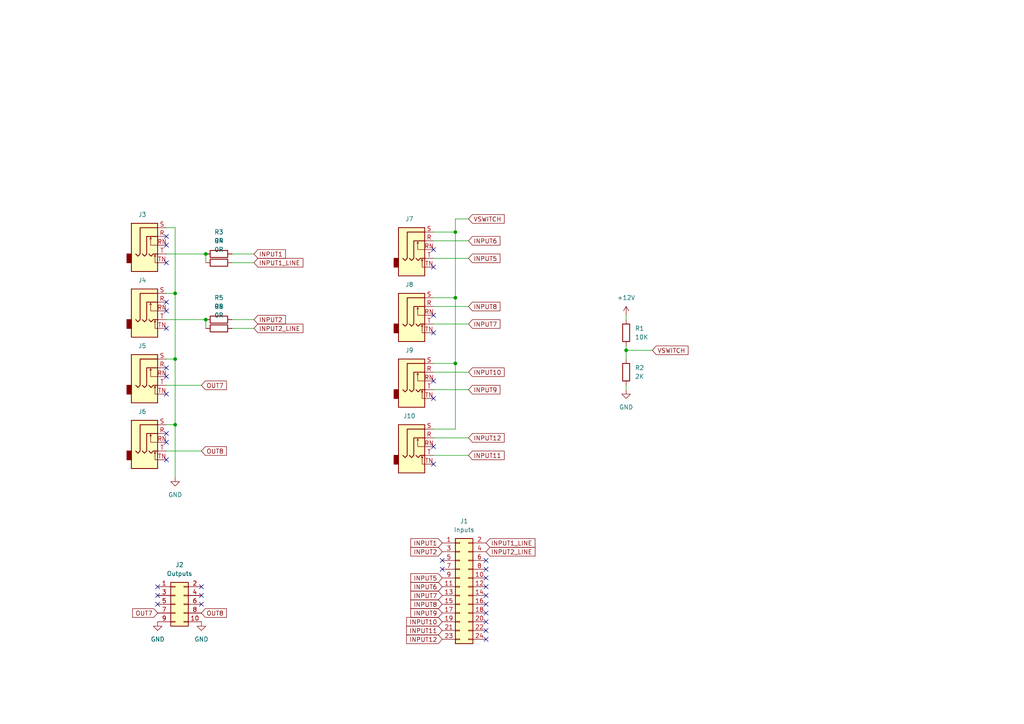
<source format=kicad_sch>
(kicad_sch (version 20230121) (generator eeschema)
  (paper "A4")
  (title_block (title "disting NT pedalboard breakout") (date "2024-11-14") (rev "1.0") (company "Expert Sleepers Ltd"))
  (lib_symbols
    (symbol "Connector_Generic:Conn_02x05_Odd_Even" (pin_names (offset 1.016) hide)
      (property "Reference" "J" (at 1.27 7.62 0))
      (property "Value" "Conn_02x05_Odd_Even" (at 1.27 -7.62 0))
      (symbol "Conn_02x05_Odd_Even_1_1"
        (rectangle (start -1.27 -4.953) (end 0 -5.207) (stroke (width 0.1524)))
        (rectangle (start -1.27 -2.413) (end 0 -2.667) (stroke (width 0.1524)))
        (rectangle (start -1.27 0.127) (end 0 -0.127) (stroke (width 0.1524)))
        (rectangle (start -1.27 2.667) (end 0 2.413) (stroke (width 0.1524)))
        (rectangle (start -1.27 5.207) (end 0 4.953) (stroke (width 0.1524)))
        (rectangle (start -1.27 6.35) (end 3.81 -6.35) (stroke (width 0.254)) (fill (type background)))
        (rectangle (start 3.81 -4.953) (end 2.54 -5.207) (stroke (width 0.1524)))
        (rectangle (start 3.81 -2.413) (end 2.54 -2.667) (stroke (width 0.1524)))
        (rectangle (start 3.81 0.127) (end 2.54 -0.127) (stroke (width 0.1524)))
        (rectangle (start 3.81 2.667) (end 2.54 2.413) (stroke (width 0.1524)))
        (rectangle (start 3.81 5.207) (end 2.54 4.953) (stroke (width 0.1524)))
        (pin passive line (at -5.08 5.08 0) (length 3.81) (name "Pin_1") (number "1"))
        (pin passive line (at 7.62 -5.08 180) (length 3.81) (name "Pin_10") (number "10"))
        (pin passive line (at 7.62 5.08 180) (length 3.81) (name "Pin_2") (number "2"))
        (pin passive line (at -5.08 2.54 0) (length 3.81) (name "Pin_3") (number "3"))
        (pin passive line (at 7.62 2.54 180) (length 3.81) (name "Pin_4") (number "4"))
        (pin passive line (at -5.08 0 0) (length 3.81) (name "Pin_5") (number "5"))
        (pin passive line (at 7.62 0 180) (length 3.81) (name "Pin_6") (number "6"))
        (pin passive line (at -5.08 -2.54 0) (length 3.81) (name "Pin_7") (number "7"))
        (pin passive line (at 7.62 -2.54 180) (length 3.81) (name "Pin_8") (number "8"))
        (pin passive line (at -5.08 -5.08 0) (length 3.81) (name "Pin_9") (number "9"))
      )
    )
    (symbol "Connector_Generic:Conn_02x12_Odd_Even" (pin_names (offset 1.016) hide)
      (property "Reference" "J" (at 1.27 15.24 0))
      (property "Value" "Conn_02x12_Odd_Even" (at 1.27 -17.78 0))
      (symbol "Conn_02x12_Odd_Even_1_1"
        (rectangle (start -1.27 -15.113) (end 0 -15.367) (stroke (width 0.1524)))
        (rectangle (start -1.27 -12.573) (end 0 -12.827) (stroke (width 0.1524)))
        (rectangle (start -1.27 -10.033) (end 0 -10.287) (stroke (width 0.1524)))
        (rectangle (start -1.27 -7.493) (end 0 -7.747) (stroke (width 0.1524)))
        (rectangle (start -1.27 -4.953) (end 0 -5.207) (stroke (width 0.1524)))
        (rectangle (start -1.27 -2.413) (end 0 -2.667) (stroke (width 0.1524)))
        (rectangle (start -1.27 0.127) (end 0 -0.127) (stroke (width 0.1524)))
        (rectangle (start -1.27 2.667) (end 0 2.413) (stroke (width 0.1524)))
        (rectangle (start -1.27 5.207) (end 0 4.953) (stroke (width 0.1524)))
        (rectangle (start -1.27 7.747) (end 0 7.493) (stroke (width 0.1524)))
        (rectangle (start -1.27 10.287) (end 0 10.033) (stroke (width 0.1524)))
        (rectangle (start -1.27 12.827) (end 0 12.573) (stroke (width 0.1524)))
        (rectangle (start -1.27 13.97) (end 3.81 -16.51) (stroke (width 0.254)) (fill (type background)))
        (rectangle (start 3.81 -15.113) (end 2.54 -15.367) (stroke (width 0.1524)))
        (rectangle (start 3.81 -12.573) (end 2.54 -12.827) (stroke (width 0.1524)))
        (rectangle (start 3.81 -10.033) (end 2.54 -10.287) (stroke (width 0.1524)))
        (rectangle (start 3.81 -7.493) (end 2.54 -7.747) (stroke (width 0.1524)))
        (rectangle (start 3.81 -4.953) (end 2.54 -5.207) (stroke (width 0.1524)))
        (rectangle (start 3.81 -2.413) (end 2.54 -2.667) (stroke (width 0.1524)))
        (rectangle (start 3.81 0.127) (end 2.54 -0.127) (stroke (width 0.1524)))
        (rectangle (start 3.81 2.667) (end 2.54 2.413) (stroke (width 0.1524)))
        (rectangle (start 3.81 5.207) (end 2.54 4.953) (stroke (width 0.1524)))
        (rectangle (start 3.81 7.747) (end 2.54 7.493) (stroke (width 0.1524)))
        (rectangle (start 3.81 10.287) (end 2.54 10.033) (stroke (width 0.1524)))
        (rectangle (start 3.81 12.827) (end 2.54 12.573) (stroke (width 0.1524)))
        (pin passive line (at -5.08 12.7 0) (length 3.81) (name "Pin_1") (number "1"))
        (pin passive line (at 7.62 2.54 180) (length 3.81) (name "Pin_10") (number "10"))
        (pin passive line (at -5.08 0 0) (length 3.81) (name "Pin_11") (number "11"))
        (pin passive line (at 7.62 0 180) (length 3.81) (name "Pin_12") (number "12"))
        (pin passive line (at -5.08 -2.54 0) (length 3.81) (name "Pin_13") (number "13"))
        (pin passive line (at 7.62 -2.54 180) (length 3.81) (name "Pin_14") (number "14"))
        (pin passive line (at -5.08 -5.08 0) (length 3.81) (name "Pin_15") (number "15"))
        (pin passive line (at 7.62 -5.08 180) (length 3.81) (name "Pin_16") (number "16"))
        (pin passive line (at -5.08 -7.62 0) (length 3.81) (name "Pin_17") (number "17"))
        (pin passive line (at 7.62 -7.62 180) (length 3.81) (name "Pin_18") (number "18"))
        (pin passive line (at -5.08 -10.16 0) (length 3.81) (name "Pin_19") (number "19"))
        (pin passive line (at 7.62 12.7 180) (length 3.81) (name "Pin_2") (number "2"))
        (pin passive line (at 7.62 -10.16 180) (length 3.81) (name "Pin_20") (number "20"))
        (pin passive line (at -5.08 -12.7 0) (length 3.81) (name "Pin_21") (number "21"))
        (pin passive line (at 7.62 -12.7 180) (length 3.81) (name "Pin_22") (number "22"))
        (pin passive line (at -5.08 -15.24 0) (length 3.81) (name "Pin_23") (number "23"))
        (pin passive line (at 7.62 -15.24 180) (length 3.81) (name "Pin_24") (number "24"))
        (pin passive line (at -5.08 10.16 0) (length 3.81) (name "Pin_3") (number "3"))
        (pin passive line (at 7.62 10.16 180) (length 3.81) (name "Pin_4") (number "4"))
        (pin passive line (at -5.08 7.62 0) (length 3.81) (name "Pin_5") (number "5"))
        (pin passive line (at 7.62 7.62 180) (length 3.81) (name "Pin_6") (number "6"))
        (pin passive line (at -5.08 5.08 0) (length 3.81) (name "Pin_7") (number "7"))
        (pin passive line (at 7.62 5.08 180) (length 3.81) (name "Pin_8") (number "8"))
        (pin passive line (at -5.08 2.54 0) (length 3.81) (name "Pin_9") (number "9"))
      )
    )
    (symbol "Device:R" (pin_numbers hide) (pin_names (offset 0))
      (property "Reference" "R" (at 2.032 0 90))
      (property "Value" "R" (at 0 0 90))
      (symbol "R_0_1"
        (rectangle (start -1.016 -2.54) (end 1.016 2.54) (stroke (width 0.254)))
      )
      (symbol "R_1_1"
        (pin passive line (at 0 3.81 270) (length 1.27) (name "~") (number "1"))
        (pin passive line (at 0 -3.81 90) (length 1.27) (name "~") (number "2"))
      )
    )
    (symbol "eurorack:PJ612A-A"
      (property "Reference" "J" (at 0 8.89 0))
      (symbol "PJ612A-A_0_1"
        (rectangle (start -5.08 -5.08) (end -6.35 -7.62) (stroke (width 0.254)) (fill (type outline)))
        (polyline (pts (xy 0.508 -0.254) (xy 0.762 -0.762)))
        (polyline (pts (xy 1.778 -5.334) (xy 2.032 -5.842)))
        (polyline (pts (xy 0 -5.08) (xy 0.635 -5.715) (xy 1.27 -5.08) (xy 2.54 -5.08)) (stroke (width 0.254)))
        (polyline (pts (xy 2.54 -7.62) (xy 1.778 -7.62) (xy 1.778 -5.334) (xy 1.524 -5.842)))
        (polyline (pts (xy 2.54 -2.54) (xy 0.508 -2.54) (xy 0.508 -0.254) (xy 0.254 -0.762)))
        (polyline (pts (xy -1.905 -5.08) (xy -1.27 -5.715) (xy -0.635 -5.08) (xy -0.635 0) (xy 2.54 0)) (stroke (width 0.254)))
        (polyline (pts (xy 2.54 2.54) (xy -2.54 2.54) (xy -2.54 -5.08) (xy -3.175 -5.715) (xy -3.81 -5.08)) (stroke (width 0.254)))
        (rectangle (start 2.54 3.81) (end -5.08 -10.16) (stroke (width 0.254)) (fill (type background)))
      )
      (symbol "PJ612A-A_1_1"
        (pin passive line (at 5.08 0 180) (length 2.54) (name "~") (number "R"))
        (pin passive line (at 5.08 -2.54 180) (length 2.54) (name "~") (number "RN"))
        (pin passive line (at 5.08 2.54 180) (length 2.54) (name "~") (number "S"))
        (pin passive line (at 5.08 -5.08 180) (length 2.54) (name "~") (number "T"))
        (pin passive line (at 5.08 -7.62 180) (length 2.54) (name "~") (number "TN"))
      )
    )
    (symbol "power:+12V" (power) (pin_names (offset 0))
      (property "Value" "+12V" (at 0 3.556 0))
      (symbol "+12V_0_1"
        (polyline (pts (xy -0.762 1.27) (xy 0 2.54)))
        (polyline (pts (xy 0 0) (xy 0 2.54)))
        (polyline (pts (xy 0 2.54) (xy 0.762 1.27)))
      )
      (symbol "+12V_1_1"
        (pin power_in line (at 0 0 90) (length 0) hide (name "+12V") (number "1"))
      )
    )
    (symbol "power:GND" (power) (pin_names (offset 0))
      (property "Value" "GND" (at 0 -3.81 0))
      (symbol "GND_0_1"
        (polyline (pts (xy 0 0) (xy 0 -1.27) (xy 1.27 -1.27) (xy 0 -2.54) (xy -1.27 -1.27) (xy 0 -1.27)))
      )
      (symbol "GND_1_1"
        (pin power_in line (at 0 0 270) (length 0) hide (name "GND") (number "1"))
      )
    )
  )
  (junction (at 59.69 92.71))
  (junction (at 50.8 123.19))
  (junction (at 181.61 101.6))
  (junction (at 132.08 67.31))
  (junction (at 50.8 85.09))
  (junction (at 132.08 105.41))
  (junction (at 132.08 86.36))
  (junction (at 50.8 104.14))
  (junction (at 59.69 73.66))
  (no_connect (at 125.73 72.39))
  (no_connect (at 48.26 87.63))
  (no_connect (at 125.73 115.57))
  (no_connect (at 58.42 170.18))
  (no_connect (at 45.72 175.26))
  (no_connect (at 45.72 170.18))
  (no_connect (at 125.73 96.52))
  (no_connect (at 58.42 175.26))
  (no_connect (at 140.97 175.26))
  (no_connect (at 58.42 172.72))
  (no_connect (at 128.27 165.1))
  (no_connect (at 48.26 71.12))
  (no_connect (at 48.26 128.27))
  (no_connect (at 140.97 167.64))
  (no_connect (at 140.97 177.8))
  (no_connect (at 48.26 133.35))
  (no_connect (at 125.73 129.54))
  (no_connect (at 125.73 77.47))
  (no_connect (at 125.73 91.44))
  (no_connect (at 140.97 180.34))
  (no_connect (at 48.26 109.22))
  (no_connect (at 140.97 172.72))
  (no_connect (at 48.26 95.25))
  (no_connect (at 48.26 114.3))
  (no_connect (at 45.72 172.72))
  (no_connect (at 140.97 170.18))
  (no_connect (at 140.97 162.56))
  (no_connect (at 140.97 165.1))
  (no_connect (at 125.73 110.49))
  (no_connect (at 140.97 182.88))
  (no_connect (at 48.26 125.73))
  (no_connect (at 125.73 134.62))
  (no_connect (at 48.26 76.2))
  (no_connect (at 128.27 162.56))
  (no_connect (at 48.26 68.58))
  (no_connect (at 48.26 106.68))
  (no_connect (at 140.97 185.42))
  (no_connect (at 48.26 90.17))
  (wire (pts (xy 59.69 92.71) (xy 59.69 95.25)))
  (wire (pts (xy 132.08 67.31) (xy 132.08 63.5)))
  (wire (pts (xy 50.8 66.04) (xy 50.8 85.09)))
  (wire (pts (xy 125.73 67.31) (xy 132.08 67.31)))
  (wire (pts (xy 125.73 93.98) (xy 135.89 93.98)))
  (wire (pts (xy 48.26 85.09) (xy 50.8 85.09)))
  (wire (pts (xy 50.8 85.09) (xy 50.8 104.14)))
  (wire (pts (xy 50.8 104.14) (xy 50.8 123.19)))
  (wire (pts (xy 132.08 63.5) (xy 135.89 63.5)))
  (wire (pts (xy 48.26 104.14) (xy 50.8 104.14)))
  (wire (pts (xy 132.08 86.36) (xy 132.08 67.31)))
  (wire (pts (xy 67.31 92.71) (xy 73.66 92.71)))
  (wire (pts (xy 181.61 100.33) (xy 181.61 101.6)))
  (wire (pts (xy 125.73 74.93) (xy 135.89 74.93)))
  (wire (pts (xy 67.31 76.2) (xy 73.66 76.2)))
  (wire (pts (xy 50.8 123.19) (xy 50.8 138.43)))
  (wire (pts (xy 48.26 123.19) (xy 50.8 123.19)))
  (wire (pts (xy 181.61 111.76) (xy 181.61 113.03)))
  (wire (pts (xy 132.08 105.41) (xy 132.08 86.36)))
  (wire (pts (xy 48.26 66.04) (xy 50.8 66.04)))
  (wire (pts (xy 125.73 132.08) (xy 135.89 132.08)))
  (wire (pts (xy 132.08 124.46) (xy 132.08 105.41)))
  (wire (pts (xy 125.73 127) (xy 135.89 127)))
  (wire (pts (xy 125.73 124.46) (xy 132.08 124.46)))
  (wire (pts (xy 48.26 111.76) (xy 58.42 111.76)))
  (wire (pts (xy 125.73 69.85) (xy 135.89 69.85)))
  (wire (pts (xy 125.73 105.41) (xy 132.08 105.41)))
  (wire (pts (xy 181.61 91.44) (xy 181.61 92.71)))
  (wire (pts (xy 125.73 88.9) (xy 135.89 88.9)))
  (wire (pts (xy 67.31 95.25) (xy 73.66 95.25)))
  (wire (pts (xy 125.73 107.95) (xy 135.89 107.95)))
  (wire (pts (xy 59.69 73.66) (xy 59.69 76.2)))
  (wire (pts (xy 181.61 101.6) (xy 189.23 101.6)))
  (wire (pts (xy 125.73 86.36) (xy 132.08 86.36)))
  (wire (pts (xy 48.26 130.81) (xy 58.42 130.81)))
  (wire (pts (xy 125.73 113.03) (xy 135.89 113.03)))
  (wire (pts (xy 67.31 73.66) (xy 73.66 73.66)))
  (wire (pts (xy 48.26 73.66) (xy 59.69 73.66)))
  (wire (pts (xy 48.26 92.71) (xy 59.69 92.71)))
  (wire (pts (xy 181.61 101.6) (xy 181.61 104.14)))
  (global_label "INPUT12" (shape input) (at 128.27 185.42 180) (property "Intersheetrefs" "${INTERSHEET_REFS}" (effects hide)))
  (global_label "INPUT9" (shape input) (at 128.27 177.8 180) (property "Intersheetrefs" "${INTERSHEET_REFS}" (effects hide)))
  (global_label "INPUT6" (shape input) (at 135.89 69.85 0) (property "Intersheetrefs" "${INTERSHEET_REFS}" (effects hide)))
  (global_label "OUT7" (shape input) (at 58.42 111.76 0) (property "Intersheetrefs" "${INTERSHEET_REFS}" (effects hide)))
  (global_label "INPUT11" (shape input) (at 135.89 132.08 0) (property "Intersheetrefs" "${INTERSHEET_REFS}" (effects hide)))
  (global_label "INPUT7" (shape input) (at 128.27 172.72 180) (property "Intersheetrefs" "${INTERSHEET_REFS}" (effects hide)))
  (global_label "INPUT9" (shape input) (at 135.89 113.03 0) (property "Intersheetrefs" "${INTERSHEET_REFS}" (effects hide)))
  (global_label "OUT8" (shape input) (at 58.42 177.8 0) (property "Intersheetrefs" "${INTERSHEET_REFS}" (effects hide)))
  (global_label "INPUT5" (shape input) (at 135.89 74.93 0) (property "Intersheetrefs" "${INTERSHEET_REFS}" (effects hide)))
  (global_label "INPUT1" (shape input) (at 128.27 157.48 180) (property "Intersheetrefs" "${INTERSHEET_REFS}" (effects hide)))
  (global_label "VSWITCH" (shape input) (at 189.23 101.6 0) (property "Intersheetrefs" "${INTERSHEET_REFS}" (effects hide)))
  (global_label "VSWITCH" (shape input) (at 135.89 63.5 0) (property "Intersheetrefs" "${INTERSHEET_REFS}" (effects hide)))
  (global_label "OUT7" (shape input) (at 45.72 177.8 180) (property "Intersheetrefs" "${INTERSHEET_REFS}" (effects hide)))
  (global_label "INPUT8" (shape input) (at 128.27 175.26 180) (property "Intersheetrefs" "${INTERSHEET_REFS}" (effects hide)))
  (global_label "OUT8" (shape input) (at 58.42 130.81 0) (property "Intersheetrefs" "${INTERSHEET_REFS}" (effects hide)))
  (global_label "INPUT2" (shape input) (at 73.66 92.71 0) (property "Intersheetrefs" "${INTERSHEET_REFS}" (effects hide)))
  (global_label "INPUT8" (shape input) (at 135.89 88.9 0) (property "Intersheetrefs" "${INTERSHEET_REFS}" (effects hide)))
  (global_label "INPUT2" (shape input) (at 128.27 160.02 180) (property "Intersheetrefs" "${INTERSHEET_REFS}" (effects hide)))
  (global_label "INPUT7" (shape input) (at 135.89 93.98 0) (property "Intersheetrefs" "${INTERSHEET_REFS}" (effects hide)))
  (global_label "INPUT12" (shape input) (at 135.89 127 0) (property "Intersheetrefs" "${INTERSHEET_REFS}" (effects hide)))
  (global_label "INPUT1" (shape input) (at 73.66 73.66 0) (property "Intersheetrefs" "${INTERSHEET_REFS}" (effects hide)))
  (global_label "INPUT1_LINE" (shape input) (at 73.66 76.2 0) (property "Intersheetrefs" "${INTERSHEET_REFS}" (effects hide)))
  (global_label "INPUT2_LINE" (shape input) (at 73.66 95.25 0) (property "Intersheetrefs" "${INTERSHEET_REFS}" (effects hide)))
  (global_label "INPUT10" (shape input) (at 128.27 180.34 180) (property "Intersheetrefs" "${INTERSHEET_REFS}" (effects hide)))
  (global_label "INPUT11" (shape input) (at 128.27 182.88 180) (property "Intersheetrefs" "${INTERSHEET_REFS}" (effects hide)))
  (global_label "INPUT1_LINE" (shape input) (at 140.97 157.48 0) (property "Intersheetrefs" "${INTERSHEET_REFS}" (effects hide)))
  (global_label "INPUT10" (shape input) (at 135.89 107.95 0) (property "Intersheetrefs" "${INTERSHEET_REFS}" (effects hide)))
  (global_label "INPUT5" (shape input) (at 128.27 167.64 180) (property "Intersheetrefs" "${INTERSHEET_REFS}" (effects hide)))
  (global_label "INPUT6" (shape input) (at 128.27 170.18 180) (property "Intersheetrefs" "${INTERSHEET_REFS}" (effects hide)))
  (global_label "INPUT2_LINE" (shape input) (at 140.97 160.02 0) (property "Intersheetrefs" "${INTERSHEET_REFS}" (effects hide)))
  (symbol (lib_id "power:GND") (at 181.61 113.03 0) (unit 1)
    (property "Reference" "#PWR05" (effects hide))
    (property "Value" "GND" (at 181.61 118.11 0))
  )
  (symbol (lib_id "power:GND") (at 45.72 180.34 0) (unit 1)
    (property "Reference" "#PWR059" (effects hide))
    (property "Value" "GND" (at 45.72 185.42 0))
  )
  (symbol (lib_id "eurorack:PJ612A-A") (at 43.18 106.68 0) (unit 1)
    (property "Reference" "J5" (at 41.275 100.33 0))
    (property "Value" "PJ612A-A" (effects hide))
    (property "Footprint" "eurorack:PJ612A-A" (effects hide))
  )
  (symbol (lib_id "eurorack:PJ612A-A") (at 120.65 107.95 0) (unit 1)
    (property "Reference" "J9" (at 118.745 101.6 0))
    (property "Value" "PJ612A-A" (effects hide))
    (property "Footprint" "eurorack:PJ612A-A" (effects hide))
  )
  (symbol (lib_id "Device:R") (at 63.5 73.66 90) (unit 1)
    (property "Reference" "R3" (at 63.5 67.31 90))
    (property "Value" "0R" (at 63.5 69.85 90))
    (property "Footprint" "Resistor_SMD:R_1206_3216Metric" (effects hide))
  )
  (symbol (lib_id "Connector_Generic:Conn_02x05_Odd_Even") (at 50.8 175.26 0) (unit 1) (in_bom no)
    (property "Reference" "J2" (at 52.07 163.83 0))
    (property "Value" "Outputs" (at 52.07 166.37 0))
    (property "Footprint" "Connector_PinHeader_2.54mm:PinHeader_2x05_P2.54mm_Vertical" (effects hide))
  )
  (symbol (lib_id "Device:R") (at 63.5 92.71 90) (unit 1)
    (property "Reference" "R5" (at 63.5 86.36 90))
    (property "Value" "0R" (at 63.5 88.9 90))
    (property "Footprint" "Resistor_SMD:R_1206_3216Metric" (effects hide))
  )
  (symbol (lib_id "eurorack:PJ612A-A") (at 43.18 68.58 0) (unit 1)
    (property "Reference" "J3" (at 41.275 62.23 0))
    (property "Value" "PJ612A-A" (effects hide))
    (property "Footprint" "eurorack:PJ612A-A" (effects hide))
  )
  (symbol (lib_id "eurorack:PJ612A-A") (at 120.65 69.85 0) (unit 1)
    (property "Reference" "J7" (at 118.745 63.5 0))
    (property "Value" "PJ612A-A" (effects hide))
    (property "Footprint" "eurorack:PJ612A-A" (effects hide))
  )
  (symbol (lib_id "power:GND") (at 58.42 180.34 0) (unit 1)
    (property "Reference" "#PWR060" (effects hide))
    (property "Value" "GND" (at 58.42 185.42 0))
  )
  (symbol (lib_id "eurorack:PJ612A-A") (at 43.18 87.63 0) (unit 1)
    (property "Reference" "J4" (at 41.275 81.28 0))
    (property "Value" "PJ612A-A" (effects hide))
    (property "Footprint" "eurorack:PJ612A-A" (effects hide))
  )
  (symbol (lib_id "power:GND") (at 50.8 138.43 0) (unit 1)
    (property "Reference" "#PWR06" (effects hide))
    (property "Value" "GND" (at 50.8 143.51 0))
  )
  (symbol (lib_id "Device:R") (at 181.61 107.95 0) (unit 1)
    (property "Reference" "R2" (at 184.15 106.68 0) (effects (justify left)))
    (property "Value" "2K" (at 184.15 109.22 0) (effects (justify left)))
    (property "Footprint" "Resistor_SMD:R_1206_3216Metric" (effects hide))
  )
  (symbol (lib_id "eurorack:PJ612A-A") (at 43.18 125.73 0) (unit 1)
    (property "Reference" "J6" (at 41.275 119.38 0))
    (property "Value" "PJ612A-A" (effects hide))
    (property "Footprint" "eurorack:PJ612A-A" (effects hide))
  )
  (symbol (lib_id "Device:R") (at 63.5 76.2 90) (unit 1)
    (property "Reference" "R4" (at 63.5 69.85 90))
    (property "Value" "0R" (at 63.5 72.39 90))
    (property "Footprint" "Resistor_SMD:R_1206_3216Metric" (effects hide))
  )
  (symbol (lib_id "Connector_Generic:Conn_02x12_Odd_Even") (at 133.35 170.18 0) (unit 1) (in_bom no)
    (property "Reference" "J1" (at 134.62 151.13 0))
    (property "Value" "Inputs" (at 134.62 153.67 0))
    (property "Footprint" "Connector_PinHeader_2.54mm:PinHeader_2x12_P2.54mm_Vertical" (effects hide))
  )
  (symbol (lib_id "power:+12V") (at 181.61 91.44 0) (unit 1)
    (property "Reference" "#PWR04" (effects hide))
    (property "Value" "+12V" (at 181.61 86.36 0))
  )
  (symbol (lib_id "Device:R") (at 181.61 96.52 0) (unit 1)
    (property "Reference" "R1" (at 184.15 95.25 0) (effects (justify left)))
    (property "Value" "10K" (at 184.15 97.79 0) (effects (justify left)))
    (property "Footprint" "Resistor_SMD:R_1206_3216Metric" (effects hide))
  )
  (symbol (lib_id "eurorack:PJ612A-A") (at 120.65 88.9 0) (unit 1)
    (property "Reference" "J8" (at 118.745 82.55 0))
    (property "Value" "PJ612A-A" (effects hide))
    (property "Footprint" "eurorack:PJ612A-A" (effects hide))
  )
  (symbol (lib_id "Device:R") (at 63.5 95.25 90) (unit 1)
    (property "Reference" "R6" (at 63.5 88.9 90))
    (property "Value" "0R" (at 63.5 91.44 90))
    (property "Footprint" "Resistor_SMD:R_1206_3216Metric" (effects hide))
  )
  (symbol (lib_id "eurorack:PJ612A-A") (at 120.65 127 0) (unit 1)
    (property "Reference" "J10" (at 118.745 120.65 0))
    (property "Value" "PJ612A-A" (effects hide))
    (property "Footprint" "eurorack:PJ612A-A" (effects hide))
  )
)
</source>
